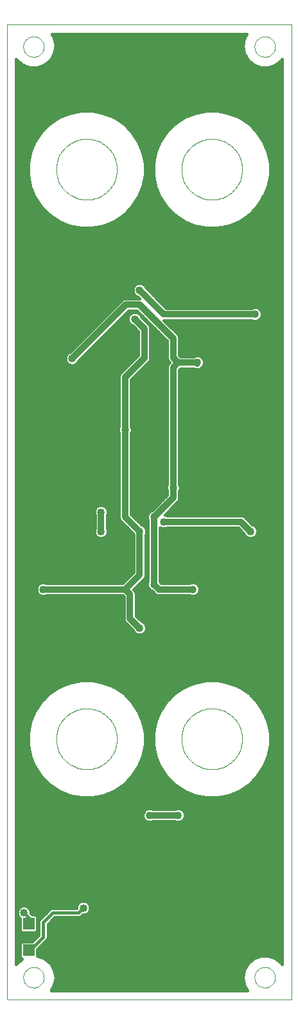
<source format=gtl>
G75*
G70*
%OFA0B0*%
%FSLAX24Y24*%
%IPPOS*%
%LPD*%
%AMOC8*
5,1,8,0,0,1.08239X$1,22.5*
%
%ADD10C,0.0000*%
%ADD11R,0.0591X0.0591*%
%ADD12C,0.0400*%
%ADD13C,0.0320*%
%ADD14C,0.0160*%
D10*
X000142Y000180D02*
X000142Y050680D01*
X014892Y050680D01*
X014892Y000180D01*
X000142Y000180D01*
X000986Y001330D02*
X000988Y001376D01*
X000994Y001421D01*
X001004Y001466D01*
X001017Y001509D01*
X001034Y001552D01*
X001055Y001592D01*
X001079Y001631D01*
X001107Y001667D01*
X001138Y001701D01*
X001171Y001733D01*
X001207Y001761D01*
X001245Y001786D01*
X001285Y001808D01*
X001327Y001826D01*
X001370Y001840D01*
X001415Y001851D01*
X001460Y001858D01*
X001506Y001861D01*
X001551Y001860D01*
X001597Y001855D01*
X001642Y001846D01*
X001685Y001834D01*
X001728Y001817D01*
X001769Y001797D01*
X001808Y001774D01*
X001846Y001747D01*
X001880Y001717D01*
X001912Y001685D01*
X001941Y001649D01*
X001967Y001612D01*
X001990Y001572D01*
X002009Y001531D01*
X002024Y001488D01*
X002036Y001443D01*
X002044Y001398D01*
X002048Y001353D01*
X002048Y001307D01*
X002044Y001262D01*
X002036Y001217D01*
X002024Y001172D01*
X002009Y001129D01*
X001990Y001088D01*
X001967Y001048D01*
X001941Y001011D01*
X001912Y000975D01*
X001880Y000943D01*
X001846Y000913D01*
X001808Y000886D01*
X001769Y000863D01*
X001728Y000843D01*
X001685Y000826D01*
X001642Y000814D01*
X001597Y000805D01*
X001551Y000800D01*
X001506Y000799D01*
X001460Y000802D01*
X001415Y000809D01*
X001370Y000820D01*
X001327Y000834D01*
X001285Y000852D01*
X001245Y000874D01*
X001207Y000899D01*
X001171Y000927D01*
X001138Y000959D01*
X001107Y000993D01*
X001079Y001029D01*
X001055Y001068D01*
X001034Y001108D01*
X001017Y001151D01*
X001004Y001194D01*
X000994Y001239D01*
X000988Y001284D01*
X000986Y001330D01*
X002692Y013680D02*
X002694Y013759D01*
X002700Y013838D01*
X002710Y013917D01*
X002724Y013995D01*
X002741Y014072D01*
X002763Y014148D01*
X002788Y014223D01*
X002818Y014296D01*
X002850Y014368D01*
X002887Y014439D01*
X002927Y014507D01*
X002970Y014573D01*
X003016Y014637D01*
X003066Y014699D01*
X003119Y014758D01*
X003174Y014814D01*
X003233Y014868D01*
X003294Y014918D01*
X003357Y014966D01*
X003423Y015010D01*
X003491Y015051D01*
X003561Y015088D01*
X003632Y015122D01*
X003706Y015152D01*
X003780Y015178D01*
X003856Y015200D01*
X003933Y015219D01*
X004011Y015234D01*
X004089Y015245D01*
X004168Y015252D01*
X004247Y015255D01*
X004326Y015254D01*
X004405Y015249D01*
X004484Y015240D01*
X004562Y015227D01*
X004639Y015210D01*
X004716Y015190D01*
X004791Y015165D01*
X004865Y015137D01*
X004938Y015105D01*
X005008Y015070D01*
X005077Y015031D01*
X005144Y014988D01*
X005209Y014942D01*
X005271Y014894D01*
X005331Y014842D01*
X005388Y014787D01*
X005442Y014729D01*
X005493Y014669D01*
X005541Y014606D01*
X005586Y014541D01*
X005628Y014473D01*
X005666Y014404D01*
X005700Y014333D01*
X005731Y014260D01*
X005759Y014185D01*
X005782Y014110D01*
X005802Y014033D01*
X005818Y013956D01*
X005830Y013877D01*
X005838Y013799D01*
X005842Y013720D01*
X005842Y013640D01*
X005838Y013561D01*
X005830Y013483D01*
X005818Y013404D01*
X005802Y013327D01*
X005782Y013250D01*
X005759Y013175D01*
X005731Y013100D01*
X005700Y013027D01*
X005666Y012956D01*
X005628Y012887D01*
X005586Y012819D01*
X005541Y012754D01*
X005493Y012691D01*
X005442Y012631D01*
X005388Y012573D01*
X005331Y012518D01*
X005271Y012466D01*
X005209Y012418D01*
X005144Y012372D01*
X005077Y012329D01*
X005008Y012290D01*
X004938Y012255D01*
X004865Y012223D01*
X004791Y012195D01*
X004716Y012170D01*
X004639Y012150D01*
X004562Y012133D01*
X004484Y012120D01*
X004405Y012111D01*
X004326Y012106D01*
X004247Y012105D01*
X004168Y012108D01*
X004089Y012115D01*
X004011Y012126D01*
X003933Y012141D01*
X003856Y012160D01*
X003780Y012182D01*
X003706Y012208D01*
X003632Y012238D01*
X003561Y012272D01*
X003491Y012309D01*
X003423Y012350D01*
X003357Y012394D01*
X003294Y012442D01*
X003233Y012492D01*
X003174Y012546D01*
X003119Y012602D01*
X003066Y012661D01*
X003016Y012723D01*
X002970Y012787D01*
X002927Y012853D01*
X002887Y012921D01*
X002850Y012992D01*
X002818Y013064D01*
X002788Y013137D01*
X002763Y013212D01*
X002741Y013288D01*
X002724Y013365D01*
X002710Y013443D01*
X002700Y013522D01*
X002694Y013601D01*
X002692Y013680D01*
X009192Y013680D02*
X009194Y013759D01*
X009200Y013838D01*
X009210Y013917D01*
X009224Y013995D01*
X009241Y014072D01*
X009263Y014148D01*
X009288Y014223D01*
X009318Y014296D01*
X009350Y014368D01*
X009387Y014439D01*
X009427Y014507D01*
X009470Y014573D01*
X009516Y014637D01*
X009566Y014699D01*
X009619Y014758D01*
X009674Y014814D01*
X009733Y014868D01*
X009794Y014918D01*
X009857Y014966D01*
X009923Y015010D01*
X009991Y015051D01*
X010061Y015088D01*
X010132Y015122D01*
X010206Y015152D01*
X010280Y015178D01*
X010356Y015200D01*
X010433Y015219D01*
X010511Y015234D01*
X010589Y015245D01*
X010668Y015252D01*
X010747Y015255D01*
X010826Y015254D01*
X010905Y015249D01*
X010984Y015240D01*
X011062Y015227D01*
X011139Y015210D01*
X011216Y015190D01*
X011291Y015165D01*
X011365Y015137D01*
X011438Y015105D01*
X011508Y015070D01*
X011577Y015031D01*
X011644Y014988D01*
X011709Y014942D01*
X011771Y014894D01*
X011831Y014842D01*
X011888Y014787D01*
X011942Y014729D01*
X011993Y014669D01*
X012041Y014606D01*
X012086Y014541D01*
X012128Y014473D01*
X012166Y014404D01*
X012200Y014333D01*
X012231Y014260D01*
X012259Y014185D01*
X012282Y014110D01*
X012302Y014033D01*
X012318Y013956D01*
X012330Y013877D01*
X012338Y013799D01*
X012342Y013720D01*
X012342Y013640D01*
X012338Y013561D01*
X012330Y013483D01*
X012318Y013404D01*
X012302Y013327D01*
X012282Y013250D01*
X012259Y013175D01*
X012231Y013100D01*
X012200Y013027D01*
X012166Y012956D01*
X012128Y012887D01*
X012086Y012819D01*
X012041Y012754D01*
X011993Y012691D01*
X011942Y012631D01*
X011888Y012573D01*
X011831Y012518D01*
X011771Y012466D01*
X011709Y012418D01*
X011644Y012372D01*
X011577Y012329D01*
X011508Y012290D01*
X011438Y012255D01*
X011365Y012223D01*
X011291Y012195D01*
X011216Y012170D01*
X011139Y012150D01*
X011062Y012133D01*
X010984Y012120D01*
X010905Y012111D01*
X010826Y012106D01*
X010747Y012105D01*
X010668Y012108D01*
X010589Y012115D01*
X010511Y012126D01*
X010433Y012141D01*
X010356Y012160D01*
X010280Y012182D01*
X010206Y012208D01*
X010132Y012238D01*
X010061Y012272D01*
X009991Y012309D01*
X009923Y012350D01*
X009857Y012394D01*
X009794Y012442D01*
X009733Y012492D01*
X009674Y012546D01*
X009619Y012602D01*
X009566Y012661D01*
X009516Y012723D01*
X009470Y012787D01*
X009427Y012853D01*
X009387Y012921D01*
X009350Y012992D01*
X009318Y013064D01*
X009288Y013137D01*
X009263Y013212D01*
X009241Y013288D01*
X009224Y013365D01*
X009210Y013443D01*
X009200Y013522D01*
X009194Y013601D01*
X009192Y013680D01*
X012986Y001330D02*
X012988Y001376D01*
X012994Y001421D01*
X013004Y001466D01*
X013017Y001509D01*
X013034Y001552D01*
X013055Y001592D01*
X013079Y001631D01*
X013107Y001667D01*
X013138Y001701D01*
X013171Y001733D01*
X013207Y001761D01*
X013245Y001786D01*
X013285Y001808D01*
X013327Y001826D01*
X013370Y001840D01*
X013415Y001851D01*
X013460Y001858D01*
X013506Y001861D01*
X013551Y001860D01*
X013597Y001855D01*
X013642Y001846D01*
X013685Y001834D01*
X013728Y001817D01*
X013769Y001797D01*
X013808Y001774D01*
X013846Y001747D01*
X013880Y001717D01*
X013912Y001685D01*
X013941Y001649D01*
X013967Y001612D01*
X013990Y001572D01*
X014009Y001531D01*
X014024Y001488D01*
X014036Y001443D01*
X014044Y001398D01*
X014048Y001353D01*
X014048Y001307D01*
X014044Y001262D01*
X014036Y001217D01*
X014024Y001172D01*
X014009Y001129D01*
X013990Y001088D01*
X013967Y001048D01*
X013941Y001011D01*
X013912Y000975D01*
X013880Y000943D01*
X013846Y000913D01*
X013808Y000886D01*
X013769Y000863D01*
X013728Y000843D01*
X013685Y000826D01*
X013642Y000814D01*
X013597Y000805D01*
X013551Y000800D01*
X013506Y000799D01*
X013460Y000802D01*
X013415Y000809D01*
X013370Y000820D01*
X013327Y000834D01*
X013285Y000852D01*
X013245Y000874D01*
X013207Y000899D01*
X013171Y000927D01*
X013138Y000959D01*
X013107Y000993D01*
X013079Y001029D01*
X013055Y001068D01*
X013034Y001108D01*
X013017Y001151D01*
X013004Y001194D01*
X012994Y001239D01*
X012988Y001284D01*
X012986Y001330D01*
X009192Y043180D02*
X009194Y043259D01*
X009200Y043338D01*
X009210Y043417D01*
X009224Y043495D01*
X009241Y043572D01*
X009263Y043648D01*
X009288Y043723D01*
X009318Y043796D01*
X009350Y043868D01*
X009387Y043939D01*
X009427Y044007D01*
X009470Y044073D01*
X009516Y044137D01*
X009566Y044199D01*
X009619Y044258D01*
X009674Y044314D01*
X009733Y044368D01*
X009794Y044418D01*
X009857Y044466D01*
X009923Y044510D01*
X009991Y044551D01*
X010061Y044588D01*
X010132Y044622D01*
X010206Y044652D01*
X010280Y044678D01*
X010356Y044700D01*
X010433Y044719D01*
X010511Y044734D01*
X010589Y044745D01*
X010668Y044752D01*
X010747Y044755D01*
X010826Y044754D01*
X010905Y044749D01*
X010984Y044740D01*
X011062Y044727D01*
X011139Y044710D01*
X011216Y044690D01*
X011291Y044665D01*
X011365Y044637D01*
X011438Y044605D01*
X011508Y044570D01*
X011577Y044531D01*
X011644Y044488D01*
X011709Y044442D01*
X011771Y044394D01*
X011831Y044342D01*
X011888Y044287D01*
X011942Y044229D01*
X011993Y044169D01*
X012041Y044106D01*
X012086Y044041D01*
X012128Y043973D01*
X012166Y043904D01*
X012200Y043833D01*
X012231Y043760D01*
X012259Y043685D01*
X012282Y043610D01*
X012302Y043533D01*
X012318Y043456D01*
X012330Y043377D01*
X012338Y043299D01*
X012342Y043220D01*
X012342Y043140D01*
X012338Y043061D01*
X012330Y042983D01*
X012318Y042904D01*
X012302Y042827D01*
X012282Y042750D01*
X012259Y042675D01*
X012231Y042600D01*
X012200Y042527D01*
X012166Y042456D01*
X012128Y042387D01*
X012086Y042319D01*
X012041Y042254D01*
X011993Y042191D01*
X011942Y042131D01*
X011888Y042073D01*
X011831Y042018D01*
X011771Y041966D01*
X011709Y041918D01*
X011644Y041872D01*
X011577Y041829D01*
X011508Y041790D01*
X011438Y041755D01*
X011365Y041723D01*
X011291Y041695D01*
X011216Y041670D01*
X011139Y041650D01*
X011062Y041633D01*
X010984Y041620D01*
X010905Y041611D01*
X010826Y041606D01*
X010747Y041605D01*
X010668Y041608D01*
X010589Y041615D01*
X010511Y041626D01*
X010433Y041641D01*
X010356Y041660D01*
X010280Y041682D01*
X010206Y041708D01*
X010132Y041738D01*
X010061Y041772D01*
X009991Y041809D01*
X009923Y041850D01*
X009857Y041894D01*
X009794Y041942D01*
X009733Y041992D01*
X009674Y042046D01*
X009619Y042102D01*
X009566Y042161D01*
X009516Y042223D01*
X009470Y042287D01*
X009427Y042353D01*
X009387Y042421D01*
X009350Y042492D01*
X009318Y042564D01*
X009288Y042637D01*
X009263Y042712D01*
X009241Y042788D01*
X009224Y042865D01*
X009210Y042943D01*
X009200Y043022D01*
X009194Y043101D01*
X009192Y043180D01*
X012986Y049530D02*
X012988Y049576D01*
X012994Y049621D01*
X013004Y049666D01*
X013017Y049709D01*
X013034Y049752D01*
X013055Y049792D01*
X013079Y049831D01*
X013107Y049867D01*
X013138Y049901D01*
X013171Y049933D01*
X013207Y049961D01*
X013245Y049986D01*
X013285Y050008D01*
X013327Y050026D01*
X013370Y050040D01*
X013415Y050051D01*
X013460Y050058D01*
X013506Y050061D01*
X013551Y050060D01*
X013597Y050055D01*
X013642Y050046D01*
X013685Y050034D01*
X013728Y050017D01*
X013769Y049997D01*
X013808Y049974D01*
X013846Y049947D01*
X013880Y049917D01*
X013912Y049885D01*
X013941Y049849D01*
X013967Y049812D01*
X013990Y049772D01*
X014009Y049731D01*
X014024Y049688D01*
X014036Y049643D01*
X014044Y049598D01*
X014048Y049553D01*
X014048Y049507D01*
X014044Y049462D01*
X014036Y049417D01*
X014024Y049372D01*
X014009Y049329D01*
X013990Y049288D01*
X013967Y049248D01*
X013941Y049211D01*
X013912Y049175D01*
X013880Y049143D01*
X013846Y049113D01*
X013808Y049086D01*
X013769Y049063D01*
X013728Y049043D01*
X013685Y049026D01*
X013642Y049014D01*
X013597Y049005D01*
X013551Y049000D01*
X013506Y048999D01*
X013460Y049002D01*
X013415Y049009D01*
X013370Y049020D01*
X013327Y049034D01*
X013285Y049052D01*
X013245Y049074D01*
X013207Y049099D01*
X013171Y049127D01*
X013138Y049159D01*
X013107Y049193D01*
X013079Y049229D01*
X013055Y049268D01*
X013034Y049308D01*
X013017Y049351D01*
X013004Y049394D01*
X012994Y049439D01*
X012988Y049484D01*
X012986Y049530D01*
X002692Y043180D02*
X002694Y043259D01*
X002700Y043338D01*
X002710Y043417D01*
X002724Y043495D01*
X002741Y043572D01*
X002763Y043648D01*
X002788Y043723D01*
X002818Y043796D01*
X002850Y043868D01*
X002887Y043939D01*
X002927Y044007D01*
X002970Y044073D01*
X003016Y044137D01*
X003066Y044199D01*
X003119Y044258D01*
X003174Y044314D01*
X003233Y044368D01*
X003294Y044418D01*
X003357Y044466D01*
X003423Y044510D01*
X003491Y044551D01*
X003561Y044588D01*
X003632Y044622D01*
X003706Y044652D01*
X003780Y044678D01*
X003856Y044700D01*
X003933Y044719D01*
X004011Y044734D01*
X004089Y044745D01*
X004168Y044752D01*
X004247Y044755D01*
X004326Y044754D01*
X004405Y044749D01*
X004484Y044740D01*
X004562Y044727D01*
X004639Y044710D01*
X004716Y044690D01*
X004791Y044665D01*
X004865Y044637D01*
X004938Y044605D01*
X005008Y044570D01*
X005077Y044531D01*
X005144Y044488D01*
X005209Y044442D01*
X005271Y044394D01*
X005331Y044342D01*
X005388Y044287D01*
X005442Y044229D01*
X005493Y044169D01*
X005541Y044106D01*
X005586Y044041D01*
X005628Y043973D01*
X005666Y043904D01*
X005700Y043833D01*
X005731Y043760D01*
X005759Y043685D01*
X005782Y043610D01*
X005802Y043533D01*
X005818Y043456D01*
X005830Y043377D01*
X005838Y043299D01*
X005842Y043220D01*
X005842Y043140D01*
X005838Y043061D01*
X005830Y042983D01*
X005818Y042904D01*
X005802Y042827D01*
X005782Y042750D01*
X005759Y042675D01*
X005731Y042600D01*
X005700Y042527D01*
X005666Y042456D01*
X005628Y042387D01*
X005586Y042319D01*
X005541Y042254D01*
X005493Y042191D01*
X005442Y042131D01*
X005388Y042073D01*
X005331Y042018D01*
X005271Y041966D01*
X005209Y041918D01*
X005144Y041872D01*
X005077Y041829D01*
X005008Y041790D01*
X004938Y041755D01*
X004865Y041723D01*
X004791Y041695D01*
X004716Y041670D01*
X004639Y041650D01*
X004562Y041633D01*
X004484Y041620D01*
X004405Y041611D01*
X004326Y041606D01*
X004247Y041605D01*
X004168Y041608D01*
X004089Y041615D01*
X004011Y041626D01*
X003933Y041641D01*
X003856Y041660D01*
X003780Y041682D01*
X003706Y041708D01*
X003632Y041738D01*
X003561Y041772D01*
X003491Y041809D01*
X003423Y041850D01*
X003357Y041894D01*
X003294Y041942D01*
X003233Y041992D01*
X003174Y042046D01*
X003119Y042102D01*
X003066Y042161D01*
X003016Y042223D01*
X002970Y042287D01*
X002927Y042353D01*
X002887Y042421D01*
X002850Y042492D01*
X002818Y042564D01*
X002788Y042637D01*
X002763Y042712D01*
X002741Y042788D01*
X002724Y042865D01*
X002710Y042943D01*
X002700Y043022D01*
X002694Y043101D01*
X002692Y043180D01*
X000986Y049530D02*
X000988Y049576D01*
X000994Y049621D01*
X001004Y049666D01*
X001017Y049709D01*
X001034Y049752D01*
X001055Y049792D01*
X001079Y049831D01*
X001107Y049867D01*
X001138Y049901D01*
X001171Y049933D01*
X001207Y049961D01*
X001245Y049986D01*
X001285Y050008D01*
X001327Y050026D01*
X001370Y050040D01*
X001415Y050051D01*
X001460Y050058D01*
X001506Y050061D01*
X001551Y050060D01*
X001597Y050055D01*
X001642Y050046D01*
X001685Y050034D01*
X001728Y050017D01*
X001769Y049997D01*
X001808Y049974D01*
X001846Y049947D01*
X001880Y049917D01*
X001912Y049885D01*
X001941Y049849D01*
X001967Y049812D01*
X001990Y049772D01*
X002009Y049731D01*
X002024Y049688D01*
X002036Y049643D01*
X002044Y049598D01*
X002048Y049553D01*
X002048Y049507D01*
X002044Y049462D01*
X002036Y049417D01*
X002024Y049372D01*
X002009Y049329D01*
X001990Y049288D01*
X001967Y049248D01*
X001941Y049211D01*
X001912Y049175D01*
X001880Y049143D01*
X001846Y049113D01*
X001808Y049086D01*
X001769Y049063D01*
X001728Y049043D01*
X001685Y049026D01*
X001642Y049014D01*
X001597Y049005D01*
X001551Y049000D01*
X001506Y048999D01*
X001460Y049002D01*
X001415Y049009D01*
X001370Y049020D01*
X001327Y049034D01*
X001285Y049052D01*
X001245Y049074D01*
X001207Y049099D01*
X001171Y049127D01*
X001138Y049159D01*
X001107Y049193D01*
X001079Y049229D01*
X001055Y049268D01*
X001034Y049308D01*
X001017Y049351D01*
X001004Y049394D01*
X000994Y049439D01*
X000988Y049484D01*
X000986Y049530D01*
D11*
X001267Y004119D03*
X001267Y002741D03*
D12*
X001017Y004680D03*
X002517Y005180D03*
X002517Y005930D03*
X004090Y004930D03*
X001517Y011430D03*
X001517Y015180D03*
X002017Y018930D03*
X002017Y021430D03*
X002017Y023430D03*
X001517Y026930D03*
X002267Y028680D03*
X003517Y031680D03*
X003517Y033379D03*
X003517Y034930D03*
X003017Y040180D03*
X001517Y041430D03*
X001517Y045180D03*
X001767Y033930D03*
X005017Y026680D03*
X005017Y025430D03*
X005017Y024430D03*
X005017Y022430D03*
X003517Y022930D03*
X005642Y017930D03*
X006767Y016680D03*
X007017Y019430D03*
X007017Y021180D03*
X007767Y021680D03*
X007017Y024430D03*
X007017Y026680D03*
X007517Y028180D03*
X008017Y029680D03*
X007767Y031805D03*
X008267Y033930D03*
X009142Y036180D03*
X010017Y034930D03*
X010017Y033180D03*
X009267Y032680D03*
X008767Y026680D03*
X008892Y025430D03*
X009267Y024430D03*
X009767Y023430D03*
X009767Y021430D03*
X010517Y018430D03*
X011267Y022930D03*
X012767Y022430D03*
X012767Y024430D03*
X013267Y026555D03*
X012517Y028680D03*
X012017Y029680D03*
X011517Y031180D03*
X013017Y033930D03*
X013017Y035680D03*
X014017Y039055D03*
X013517Y041680D03*
X013517Y045180D03*
X009517Y040180D03*
X007517Y039055D03*
X007017Y036930D03*
X006767Y035430D03*
X006517Y033930D03*
X006267Y029680D03*
X007767Y025180D03*
X008267Y024930D03*
X008267Y016680D03*
X009017Y010805D03*
X009017Y009731D03*
X009267Y008180D03*
X009267Y006680D03*
X007546Y009731D03*
X006767Y005930D03*
X006767Y005180D03*
X003017Y016680D03*
X007517Y041680D03*
X007517Y045930D03*
X013767Y018930D03*
X013517Y015180D03*
X013517Y011430D03*
X012017Y016680D03*
X011017Y009430D03*
X011017Y007430D03*
X011517Y004930D03*
X013892Y004930D03*
D13*
X009017Y009731D02*
X007546Y009731D01*
X007017Y019430D02*
X006517Y019930D01*
X006517Y021180D01*
X006267Y021430D01*
X007017Y022180D01*
X007017Y024430D01*
X006267Y025180D01*
X006267Y029680D01*
X006267Y032430D01*
X007267Y033430D01*
X007267Y034930D01*
X006767Y035430D01*
X007017Y036180D02*
X006318Y036180D01*
X003517Y033379D01*
X005017Y025430D02*
X005017Y024430D01*
X006267Y021430D02*
X002017Y021430D01*
X008767Y034430D02*
X007017Y036180D01*
X007017Y036930D02*
X008267Y035680D01*
X013017Y035680D01*
X010017Y033180D02*
X010017Y033129D01*
X009965Y033180D01*
X009017Y033180D01*
X008767Y033430D01*
X008767Y034430D01*
X009017Y033180D02*
X008767Y032930D01*
X008767Y026680D01*
X008767Y026180D01*
X007767Y025180D01*
X007767Y021680D01*
X008017Y021430D01*
X009767Y021430D01*
X008267Y024930D02*
X012267Y024930D01*
X012767Y024430D01*
D14*
X012874Y024775D02*
X012448Y025201D01*
X012330Y025250D01*
X008435Y025250D01*
X008338Y025290D01*
X008329Y025290D01*
X008948Y025909D01*
X009038Y025999D01*
X009087Y026116D01*
X009087Y026512D01*
X009127Y026608D01*
X009127Y026752D01*
X009087Y026848D01*
X009087Y032797D01*
X009149Y032860D01*
X009833Y032860D01*
X009835Y032858D01*
X009953Y032809D01*
X010080Y032809D01*
X010198Y032858D01*
X010211Y032871D01*
X010221Y032875D01*
X010322Y032976D01*
X010377Y033108D01*
X010377Y033252D01*
X010322Y033384D01*
X010221Y033485D01*
X010088Y033540D01*
X009945Y033540D01*
X009848Y033500D01*
X009149Y033500D01*
X009087Y033563D01*
X009087Y034494D01*
X009038Y034611D01*
X008289Y035360D01*
X012848Y035360D01*
X012945Y035320D01*
X013088Y035320D01*
X013221Y035375D01*
X013322Y035476D01*
X013377Y035608D01*
X013377Y035752D01*
X013322Y035884D01*
X013221Y035985D01*
X013088Y036040D01*
X012945Y036040D01*
X012848Y036000D01*
X008399Y036000D01*
X007362Y037037D01*
X007322Y037134D01*
X007221Y037235D01*
X007088Y037290D01*
X006945Y037290D01*
X006813Y037235D01*
X006711Y037134D01*
X006657Y037002D01*
X006657Y036858D01*
X006711Y036726D01*
X006813Y036625D01*
X006909Y036585D01*
X006994Y036500D01*
X006254Y036500D01*
X006137Y036451D01*
X003409Y033724D01*
X003313Y033684D01*
X003211Y033583D01*
X003157Y033450D01*
X003157Y033307D01*
X003211Y033175D01*
X003313Y033074D01*
X003445Y033019D01*
X003588Y033019D01*
X003721Y033074D01*
X003822Y033175D01*
X003862Y033271D01*
X006450Y035860D01*
X006884Y035860D01*
X008447Y034297D01*
X008447Y033366D01*
X008495Y033249D01*
X008564Y033180D01*
X008495Y033111D01*
X008447Y032994D01*
X008447Y026848D01*
X008407Y026752D01*
X008407Y026608D01*
X008447Y026512D01*
X008447Y026313D01*
X007659Y025525D01*
X007563Y025485D01*
X007461Y025384D01*
X007407Y025252D01*
X007407Y025108D01*
X007447Y025012D01*
X007447Y021848D01*
X007407Y021752D01*
X007407Y021608D01*
X007461Y021476D01*
X007563Y021375D01*
X007659Y021335D01*
X007835Y021159D01*
X007953Y021110D01*
X009598Y021110D01*
X009695Y021070D01*
X009838Y021070D01*
X009971Y021125D01*
X010072Y021226D01*
X010127Y021358D01*
X010127Y021502D01*
X010072Y021634D01*
X009971Y021735D01*
X009838Y021790D01*
X009695Y021790D01*
X009598Y021750D01*
X008149Y021750D01*
X008112Y021787D01*
X008087Y021848D01*
X008087Y024615D01*
X008195Y024570D01*
X008338Y024570D01*
X008435Y024610D01*
X012134Y024610D01*
X012421Y024323D01*
X012461Y024226D01*
X012563Y024125D01*
X012695Y024070D01*
X012838Y024070D01*
X012971Y024125D01*
X013072Y024226D01*
X013127Y024358D01*
X013127Y024502D01*
X013072Y024634D01*
X012971Y024735D01*
X012874Y024775D01*
X012853Y024796D02*
X014412Y024796D01*
X014412Y024954D02*
X012695Y024954D01*
X012536Y025113D02*
X014412Y025113D01*
X014412Y025271D02*
X008383Y025271D01*
X008469Y025430D02*
X014412Y025430D01*
X014412Y025589D02*
X008628Y025589D01*
X008786Y025747D02*
X014412Y025747D01*
X014412Y025906D02*
X008945Y025906D01*
X009065Y026064D02*
X014412Y026064D01*
X014412Y026223D02*
X009087Y026223D01*
X009087Y026381D02*
X014412Y026381D01*
X014412Y026540D02*
X009098Y026540D01*
X009127Y026698D02*
X014412Y026698D01*
X014412Y026857D02*
X009087Y026857D01*
X009087Y027015D02*
X014412Y027015D01*
X014412Y027174D02*
X009087Y027174D01*
X009087Y027332D02*
X014412Y027332D01*
X014412Y027491D02*
X009087Y027491D01*
X009087Y027649D02*
X014412Y027649D01*
X014412Y027808D02*
X009087Y027808D01*
X009087Y027966D02*
X014412Y027966D01*
X014412Y028125D02*
X009087Y028125D01*
X009087Y028283D02*
X014412Y028283D01*
X014412Y028442D02*
X009087Y028442D01*
X009087Y028600D02*
X014412Y028600D01*
X014412Y028759D02*
X009087Y028759D01*
X009087Y028917D02*
X014412Y028917D01*
X014412Y029076D02*
X009087Y029076D01*
X009087Y029234D02*
X014412Y029234D01*
X014412Y029393D02*
X009087Y029393D01*
X009087Y029551D02*
X014412Y029551D01*
X014412Y029710D02*
X009087Y029710D01*
X009087Y029868D02*
X014412Y029868D01*
X014412Y030027D02*
X009087Y030027D01*
X009087Y030185D02*
X014412Y030185D01*
X014412Y030344D02*
X009087Y030344D01*
X009087Y030502D02*
X014412Y030502D01*
X014412Y030661D02*
X009087Y030661D01*
X009087Y030819D02*
X014412Y030819D01*
X014412Y030978D02*
X009087Y030978D01*
X009087Y031136D02*
X014412Y031136D01*
X014412Y031295D02*
X009087Y031295D01*
X009087Y031453D02*
X014412Y031453D01*
X014412Y031612D02*
X009087Y031612D01*
X009087Y031770D02*
X014412Y031770D01*
X014412Y031929D02*
X009087Y031929D01*
X009087Y032087D02*
X014412Y032087D01*
X014412Y032246D02*
X009087Y032246D01*
X009087Y032404D02*
X014412Y032404D01*
X014412Y032563D02*
X009087Y032563D01*
X009087Y032721D02*
X014412Y032721D01*
X014412Y032880D02*
X010225Y032880D01*
X010348Y033038D02*
X014412Y033038D01*
X014412Y033197D02*
X010377Y033197D01*
X010334Y033355D02*
X014412Y033355D01*
X014412Y033514D02*
X010152Y033514D01*
X009881Y033514D02*
X009136Y033514D01*
X009087Y033672D02*
X014412Y033672D01*
X014412Y033831D02*
X009087Y033831D01*
X009087Y033989D02*
X014412Y033989D01*
X014412Y034148D02*
X009087Y034148D01*
X009087Y034306D02*
X014412Y034306D01*
X014412Y034465D02*
X009087Y034465D01*
X009026Y034623D02*
X014412Y034623D01*
X014412Y034782D02*
X008868Y034782D01*
X008709Y034940D02*
X014412Y034940D01*
X014412Y035099D02*
X008551Y035099D01*
X008392Y035257D02*
X014412Y035257D01*
X014412Y035416D02*
X013261Y035416D01*
X013362Y035574D02*
X014412Y035574D01*
X014412Y035733D02*
X013377Y035733D01*
X013315Y035891D02*
X014412Y035891D01*
X014412Y036050D02*
X008350Y036050D01*
X008191Y036208D02*
X014412Y036208D01*
X014412Y036367D02*
X008033Y036367D01*
X007874Y036525D02*
X014412Y036525D01*
X014412Y036684D02*
X007716Y036684D01*
X007557Y036842D02*
X014412Y036842D01*
X014412Y037001D02*
X007399Y037001D01*
X007297Y037159D02*
X014412Y037159D01*
X014412Y037318D02*
X000622Y037318D01*
X000622Y037476D02*
X014412Y037476D01*
X014412Y037635D02*
X000622Y037635D01*
X000622Y037793D02*
X014412Y037793D01*
X014412Y037952D02*
X000622Y037952D01*
X000622Y038110D02*
X014412Y038110D01*
X014412Y038269D02*
X000622Y038269D01*
X000622Y038427D02*
X014412Y038427D01*
X014412Y038586D02*
X000622Y038586D01*
X000622Y038744D02*
X014412Y038744D01*
X014412Y038903D02*
X000622Y038903D01*
X000622Y039061D02*
X014412Y039061D01*
X014412Y039220D02*
X000622Y039220D01*
X000622Y039378D02*
X014412Y039378D01*
X014412Y039537D02*
X000622Y039537D01*
X000622Y039695D02*
X014412Y039695D01*
X014412Y039854D02*
X000622Y039854D01*
X000622Y040012D02*
X014412Y040012D01*
X014412Y040171D02*
X011182Y040171D01*
X011065Y040147D02*
X011651Y040264D01*
X012203Y040492D01*
X012700Y040824D01*
X013122Y041247D01*
X013454Y041743D01*
X013683Y042295D01*
X013799Y042881D01*
X013799Y043479D01*
X013683Y044065D01*
X013454Y044617D01*
X013122Y045113D01*
X012700Y045536D01*
X012203Y045868D01*
X011651Y046096D01*
X011065Y046213D01*
X010468Y046213D01*
X009882Y046096D01*
X009330Y045868D01*
X008833Y045536D01*
X008411Y045113D01*
X008079Y044617D01*
X007850Y044065D01*
X007734Y043479D01*
X007734Y042881D01*
X007850Y042295D01*
X008079Y041743D01*
X008411Y041247D01*
X008833Y040824D01*
X009330Y040492D01*
X009882Y040264D01*
X010468Y040147D01*
X011065Y040147D01*
X010351Y040171D02*
X004682Y040171D01*
X004565Y040147D02*
X005151Y040264D01*
X005703Y040492D01*
X006200Y040824D01*
X006622Y041247D01*
X006954Y041743D01*
X007183Y042295D01*
X007299Y042881D01*
X007299Y043479D01*
X007183Y044065D01*
X006954Y044617D01*
X006622Y045113D01*
X006200Y045536D01*
X005703Y045868D01*
X005151Y046096D01*
X004565Y046213D01*
X003968Y046213D01*
X003382Y046096D01*
X002830Y045868D01*
X002333Y045536D01*
X001911Y045113D01*
X001579Y044617D01*
X001350Y044065D01*
X001234Y043479D01*
X001234Y042881D01*
X001350Y042295D01*
X001579Y041743D01*
X001911Y041247D01*
X002333Y040824D01*
X002830Y040492D01*
X003382Y040264D01*
X003968Y040147D01*
X004565Y040147D01*
X003851Y040171D02*
X000622Y040171D01*
X000622Y040329D02*
X003225Y040329D01*
X002842Y040488D02*
X000622Y040488D01*
X000622Y040646D02*
X002600Y040646D01*
X002363Y040805D02*
X000622Y040805D01*
X000622Y040963D02*
X002195Y040963D01*
X002036Y041122D02*
X000622Y041122D01*
X000622Y041280D02*
X001889Y041280D01*
X001783Y041439D02*
X000622Y041439D01*
X000622Y041597D02*
X001677Y041597D01*
X001574Y041756D02*
X000622Y041756D01*
X000622Y041914D02*
X001508Y041914D01*
X001443Y042073D02*
X000622Y042073D01*
X000622Y042231D02*
X001377Y042231D01*
X001332Y042390D02*
X000622Y042390D01*
X000622Y042548D02*
X001300Y042548D01*
X001269Y042707D02*
X000622Y042707D01*
X000622Y042865D02*
X001237Y042865D01*
X001234Y043024D02*
X000622Y043024D01*
X000622Y043182D02*
X001234Y043182D01*
X001234Y043341D02*
X000622Y043341D01*
X000622Y043499D02*
X001238Y043499D01*
X001269Y043658D02*
X000622Y043658D01*
X000622Y043816D02*
X001301Y043816D01*
X001333Y043975D02*
X000622Y043975D01*
X000622Y044133D02*
X001379Y044133D01*
X001444Y044292D02*
X000622Y044292D01*
X000622Y044450D02*
X001510Y044450D01*
X001576Y044609D02*
X000622Y044609D01*
X000622Y044767D02*
X001680Y044767D01*
X001786Y044926D02*
X000622Y044926D01*
X000622Y045084D02*
X001891Y045084D01*
X002040Y045243D02*
X000622Y045243D01*
X000622Y045401D02*
X002199Y045401D01*
X002369Y045560D02*
X000622Y045560D01*
X000622Y045718D02*
X002606Y045718D01*
X002852Y045877D02*
X000622Y045877D01*
X000622Y046035D02*
X003234Y046035D01*
X003871Y046194D02*
X000622Y046194D01*
X000622Y046352D02*
X014412Y046352D01*
X014412Y046194D02*
X011162Y046194D01*
X011799Y046035D02*
X014412Y046035D01*
X014412Y045877D02*
X012182Y045877D01*
X012427Y045718D02*
X014412Y045718D01*
X014412Y045560D02*
X012664Y045560D01*
X012835Y045401D02*
X014412Y045401D01*
X014412Y045243D02*
X012993Y045243D01*
X013142Y045084D02*
X014412Y045084D01*
X014412Y044926D02*
X013248Y044926D01*
X013354Y044767D02*
X014412Y044767D01*
X014412Y044609D02*
X013458Y044609D01*
X013523Y044450D02*
X014412Y044450D01*
X014412Y044292D02*
X013589Y044292D01*
X013655Y044133D02*
X014412Y044133D01*
X014412Y043975D02*
X013701Y043975D01*
X013732Y043816D02*
X014412Y043816D01*
X014412Y043658D02*
X013764Y043658D01*
X013795Y043499D02*
X014412Y043499D01*
X014412Y043341D02*
X013799Y043341D01*
X013799Y043182D02*
X014412Y043182D01*
X014412Y043024D02*
X013799Y043024D01*
X013796Y042865D02*
X014412Y042865D01*
X014412Y042707D02*
X013765Y042707D01*
X013733Y042548D02*
X014412Y042548D01*
X014412Y042390D02*
X013702Y042390D01*
X013656Y042231D02*
X014412Y042231D01*
X014412Y042073D02*
X013591Y042073D01*
X013525Y041914D02*
X014412Y041914D01*
X014412Y041756D02*
X013459Y041756D01*
X013356Y041597D02*
X014412Y041597D01*
X014412Y041439D02*
X013251Y041439D01*
X013145Y041280D02*
X014412Y041280D01*
X014412Y041122D02*
X012997Y041122D01*
X012839Y040963D02*
X014412Y040963D01*
X014412Y040805D02*
X012670Y040805D01*
X012433Y040646D02*
X014412Y040646D01*
X014412Y040488D02*
X012191Y040488D01*
X011809Y040329D02*
X014412Y040329D01*
X014412Y046511D02*
X000622Y046511D01*
X000622Y046669D02*
X014412Y046669D01*
X014412Y046828D02*
X000622Y046828D01*
X000622Y046986D02*
X014412Y046986D01*
X014412Y047145D02*
X000622Y047145D01*
X000622Y047303D02*
X014412Y047303D01*
X014412Y047462D02*
X000622Y047462D01*
X000622Y047620D02*
X014412Y047620D01*
X014412Y047779D02*
X000622Y047779D01*
X000622Y047937D02*
X014412Y047937D01*
X014412Y048096D02*
X000622Y048096D01*
X000622Y048254D02*
X014412Y048254D01*
X014412Y048413D02*
X000622Y048413D01*
X000622Y048571D02*
X001002Y048571D01*
X000946Y048592D02*
X001318Y048456D01*
X001715Y048456D01*
X002087Y048592D01*
X002087Y048592D01*
X002391Y048846D01*
X002391Y048846D01*
X002589Y049190D01*
X002658Y049580D01*
X002589Y049970D01*
X002457Y050200D01*
X012577Y050200D01*
X012444Y049970D01*
X012375Y049580D01*
X012444Y049190D01*
X012444Y049190D01*
X012642Y048846D01*
X012642Y048846D01*
X012642Y048846D01*
X012946Y048592D01*
X013318Y048456D01*
X013715Y048456D01*
X014087Y048592D01*
X014087Y048592D01*
X014391Y048846D01*
X014391Y048846D01*
X014412Y048882D01*
X014412Y002028D01*
X014391Y002064D01*
X014087Y002318D01*
X013715Y002454D01*
X013318Y002454D01*
X012946Y002318D01*
X012642Y002064D01*
X012642Y002064D01*
X012444Y001720D01*
X012375Y001330D01*
X012444Y000940D01*
X012444Y000940D01*
X012606Y000660D01*
X002428Y000660D01*
X002589Y000940D01*
X002658Y001330D01*
X002589Y001720D01*
X002391Y002064D01*
X002087Y002318D01*
X001722Y002451D01*
X001722Y002796D01*
X002153Y003227D01*
X002220Y003294D01*
X002257Y003382D01*
X002257Y004081D01*
X002616Y004440D01*
X003888Y004440D01*
X003976Y004477D01*
X004070Y004570D01*
X004162Y004570D01*
X004294Y004625D01*
X004396Y004726D01*
X004450Y004858D01*
X004450Y005002D01*
X004396Y005134D01*
X004294Y005235D01*
X004162Y005290D01*
X004019Y005290D01*
X003887Y005235D01*
X003785Y005134D01*
X003730Y005002D01*
X003730Y004920D01*
X002469Y004920D01*
X002381Y004883D01*
X002313Y004816D01*
X001813Y004316D01*
X001777Y004228D01*
X001777Y003529D01*
X001444Y003196D01*
X000905Y003196D01*
X000811Y003103D01*
X000811Y002379D01*
X000905Y002286D01*
X000907Y002286D01*
X000642Y002064D01*
X000642Y002064D01*
X000622Y002028D01*
X000622Y048882D01*
X000642Y048846D01*
X000642Y048846D01*
X000642Y048846D01*
X000946Y048592D01*
X000946Y048592D01*
X000782Y048730D02*
X000622Y048730D01*
X002031Y048571D02*
X013002Y048571D01*
X012946Y048592D02*
X012946Y048592D01*
X012782Y048730D02*
X002252Y048730D01*
X002415Y048888D02*
X012618Y048888D01*
X012527Y049047D02*
X002507Y049047D01*
X002589Y049190D02*
X002589Y049190D01*
X002592Y049205D02*
X012441Y049205D01*
X012413Y049364D02*
X002620Y049364D01*
X002648Y049522D02*
X012385Y049522D01*
X012375Y049580D02*
X012375Y049580D01*
X012393Y049681D02*
X002640Y049681D01*
X002612Y049839D02*
X012421Y049839D01*
X012444Y049970D02*
X012444Y049970D01*
X012460Y049998D02*
X002574Y049998D01*
X002589Y049970D02*
X002589Y049970D01*
X002482Y050156D02*
X012551Y050156D01*
X014031Y048571D02*
X014412Y048571D01*
X014412Y048730D02*
X014252Y048730D01*
X010371Y046194D02*
X004662Y046194D01*
X005299Y046035D02*
X009734Y046035D01*
X009352Y045877D02*
X005682Y045877D01*
X005927Y045718D02*
X009106Y045718D01*
X008869Y045560D02*
X006164Y045560D01*
X006335Y045401D02*
X008699Y045401D01*
X008540Y045243D02*
X006493Y045243D01*
X006642Y045084D02*
X008391Y045084D01*
X008286Y044926D02*
X006748Y044926D01*
X006854Y044767D02*
X008180Y044767D01*
X008076Y044609D02*
X006958Y044609D01*
X007023Y044450D02*
X008010Y044450D01*
X007944Y044292D02*
X007089Y044292D01*
X007155Y044133D02*
X007879Y044133D01*
X007833Y043975D02*
X007201Y043975D01*
X007232Y043816D02*
X007801Y043816D01*
X007769Y043658D02*
X007264Y043658D01*
X007295Y043499D02*
X007738Y043499D01*
X007734Y043341D02*
X007299Y043341D01*
X007299Y043182D02*
X007734Y043182D01*
X007734Y043024D02*
X007299Y043024D01*
X007296Y042865D02*
X007737Y042865D01*
X007769Y042707D02*
X007265Y042707D01*
X007233Y042548D02*
X007800Y042548D01*
X007832Y042390D02*
X007202Y042390D01*
X007156Y042231D02*
X007877Y042231D01*
X007943Y042073D02*
X007091Y042073D01*
X007025Y041914D02*
X008008Y041914D01*
X008074Y041756D02*
X006959Y041756D01*
X006856Y041597D02*
X008177Y041597D01*
X008283Y041439D02*
X006751Y041439D01*
X006645Y041280D02*
X008389Y041280D01*
X008536Y041122D02*
X006497Y041122D01*
X006339Y040963D02*
X008695Y040963D01*
X008863Y040805D02*
X006170Y040805D01*
X005933Y040646D02*
X009100Y040646D01*
X009342Y040488D02*
X005691Y040488D01*
X005309Y040329D02*
X009725Y040329D01*
X007963Y034782D02*
X007587Y034782D01*
X007587Y034940D02*
X007804Y034940D01*
X007646Y035099D02*
X007543Y035099D01*
X007538Y035111D02*
X007112Y035537D01*
X007072Y035634D01*
X006971Y035735D01*
X006838Y035790D01*
X006695Y035790D01*
X006563Y035735D01*
X006461Y035634D01*
X006407Y035502D01*
X006407Y035358D01*
X006461Y035226D01*
X006563Y035125D01*
X006659Y035085D01*
X006947Y034797D01*
X006947Y033563D01*
X005995Y032611D01*
X005947Y032494D01*
X005947Y029848D01*
X005907Y029752D01*
X005907Y029608D01*
X005947Y029512D01*
X005947Y025116D01*
X005995Y024999D01*
X006085Y024909D01*
X006671Y024323D01*
X006697Y024262D01*
X006697Y022313D01*
X006134Y021750D01*
X002185Y021750D01*
X002088Y021790D01*
X001945Y021790D01*
X001813Y021735D01*
X001711Y021634D01*
X001657Y021502D01*
X001657Y021358D01*
X001711Y021226D01*
X001813Y021125D01*
X001945Y021070D01*
X002088Y021070D01*
X002185Y021110D01*
X006134Y021110D01*
X006197Y021047D01*
X006197Y019866D01*
X006245Y019749D01*
X006335Y019659D01*
X006671Y019323D01*
X006711Y019226D01*
X006813Y019125D01*
X006945Y019070D01*
X007088Y019070D01*
X007221Y019125D01*
X007322Y019226D01*
X007377Y019358D01*
X007377Y019502D01*
X007322Y019634D01*
X007221Y019735D01*
X007124Y019775D01*
X006837Y020063D01*
X006837Y021244D01*
X006788Y021361D01*
X006719Y021430D01*
X007288Y021999D01*
X007337Y022116D01*
X007337Y022244D01*
X007337Y024262D01*
X007377Y024358D01*
X007377Y024502D01*
X007322Y024634D01*
X007221Y024735D01*
X007124Y024775D01*
X006587Y025313D01*
X006587Y029512D01*
X006627Y029608D01*
X006627Y029752D01*
X006587Y029848D01*
X006587Y032297D01*
X007448Y033159D01*
X007538Y033249D01*
X007587Y033366D01*
X007587Y034994D01*
X007538Y035111D01*
X007487Y035257D02*
X007392Y035257D01*
X007329Y035416D02*
X007234Y035416D01*
X007170Y035574D02*
X007097Y035574D01*
X007012Y035733D02*
X006973Y035733D01*
X006969Y036525D02*
X000622Y036525D01*
X000622Y036367D02*
X006052Y036367D01*
X005893Y036208D02*
X000622Y036208D01*
X000622Y036050D02*
X005735Y036050D01*
X005576Y035891D02*
X000622Y035891D01*
X000622Y035733D02*
X005418Y035733D01*
X005259Y035574D02*
X000622Y035574D01*
X000622Y035416D02*
X005101Y035416D01*
X004942Y035257D02*
X000622Y035257D01*
X000622Y035099D02*
X004784Y035099D01*
X004625Y034940D02*
X000622Y034940D01*
X000622Y034782D02*
X004467Y034782D01*
X004308Y034623D02*
X000622Y034623D01*
X000622Y034465D02*
X004150Y034465D01*
X003991Y034306D02*
X000622Y034306D01*
X000622Y034148D02*
X003833Y034148D01*
X003674Y033989D02*
X000622Y033989D01*
X000622Y033831D02*
X003516Y033831D01*
X003301Y033672D02*
X000622Y033672D01*
X000622Y033514D02*
X003183Y033514D01*
X003157Y033355D02*
X000622Y033355D01*
X000622Y033197D02*
X003203Y033197D01*
X003399Y033038D02*
X000622Y033038D01*
X000622Y032880D02*
X006264Y032880D01*
X006105Y032721D02*
X000622Y032721D01*
X000622Y032563D02*
X005975Y032563D01*
X005947Y032404D02*
X000622Y032404D01*
X000622Y032246D02*
X005947Y032246D01*
X005947Y032087D02*
X000622Y032087D01*
X000622Y031929D02*
X005947Y031929D01*
X005947Y031770D02*
X000622Y031770D01*
X000622Y031612D02*
X005947Y031612D01*
X005947Y031453D02*
X000622Y031453D01*
X000622Y031295D02*
X005947Y031295D01*
X005947Y031136D02*
X000622Y031136D01*
X000622Y030978D02*
X005947Y030978D01*
X005947Y030819D02*
X000622Y030819D01*
X000622Y030661D02*
X005947Y030661D01*
X005947Y030502D02*
X000622Y030502D01*
X000622Y030344D02*
X005947Y030344D01*
X005947Y030185D02*
X000622Y030185D01*
X000622Y030027D02*
X005947Y030027D01*
X005947Y029868D02*
X000622Y029868D01*
X000622Y029710D02*
X005907Y029710D01*
X005930Y029551D02*
X000622Y029551D01*
X000622Y029393D02*
X005947Y029393D01*
X005947Y029234D02*
X000622Y029234D01*
X000622Y029076D02*
X005947Y029076D01*
X005947Y028917D02*
X000622Y028917D01*
X000622Y028759D02*
X005947Y028759D01*
X005947Y028600D02*
X000622Y028600D01*
X000622Y028442D02*
X005947Y028442D01*
X005947Y028283D02*
X000622Y028283D01*
X000622Y028125D02*
X005947Y028125D01*
X005947Y027966D02*
X000622Y027966D01*
X000622Y027808D02*
X005947Y027808D01*
X005947Y027649D02*
X000622Y027649D01*
X000622Y027491D02*
X005947Y027491D01*
X005947Y027332D02*
X000622Y027332D01*
X000622Y027174D02*
X005947Y027174D01*
X005947Y027015D02*
X000622Y027015D01*
X000622Y026857D02*
X005947Y026857D01*
X005947Y026698D02*
X000622Y026698D01*
X000622Y026540D02*
X005947Y026540D01*
X005947Y026381D02*
X000622Y026381D01*
X000622Y026223D02*
X005947Y026223D01*
X005947Y026064D02*
X000622Y026064D01*
X000622Y025906D02*
X005947Y025906D01*
X005947Y025747D02*
X005192Y025747D01*
X005221Y025735D02*
X005088Y025790D01*
X004945Y025790D01*
X004813Y025735D01*
X004711Y025634D01*
X004657Y025502D01*
X004657Y025358D01*
X004697Y025262D01*
X004697Y024598D01*
X004657Y024502D01*
X004657Y024358D01*
X004711Y024226D01*
X004813Y024125D01*
X004945Y024070D01*
X005088Y024070D01*
X005221Y024125D01*
X005322Y024226D01*
X005377Y024358D01*
X005377Y024502D01*
X005337Y024598D01*
X005337Y025262D01*
X005377Y025358D01*
X005377Y025502D01*
X005322Y025634D01*
X005221Y025735D01*
X005341Y025589D02*
X005947Y025589D01*
X005947Y025430D02*
X005377Y025430D01*
X005341Y025271D02*
X005947Y025271D01*
X005948Y025113D02*
X005337Y025113D01*
X005337Y024954D02*
X006040Y024954D01*
X006198Y024796D02*
X005337Y024796D01*
X005337Y024637D02*
X006357Y024637D01*
X006515Y024479D02*
X005377Y024479D01*
X005361Y024320D02*
X006672Y024320D01*
X006697Y024162D02*
X005258Y024162D01*
X004776Y024162D02*
X000622Y024162D01*
X000622Y024320D02*
X004672Y024320D01*
X004657Y024479D02*
X000622Y024479D01*
X000622Y024637D02*
X004697Y024637D01*
X004697Y024796D02*
X000622Y024796D01*
X000622Y024954D02*
X004697Y024954D01*
X004697Y025113D02*
X000622Y025113D01*
X000622Y025271D02*
X004693Y025271D01*
X004657Y025430D02*
X000622Y025430D01*
X000622Y025589D02*
X004693Y025589D01*
X004841Y025747D02*
X000622Y025747D01*
X000622Y024003D02*
X006697Y024003D01*
X006697Y023845D02*
X000622Y023845D01*
X000622Y023686D02*
X006697Y023686D01*
X006697Y023528D02*
X000622Y023528D01*
X000622Y023369D02*
X006697Y023369D01*
X006697Y023211D02*
X000622Y023211D01*
X000622Y023052D02*
X006697Y023052D01*
X006697Y022894D02*
X000622Y022894D01*
X000622Y022735D02*
X006697Y022735D01*
X006697Y022577D02*
X000622Y022577D01*
X000622Y022418D02*
X006697Y022418D01*
X006644Y022260D02*
X000622Y022260D01*
X000622Y022101D02*
X006486Y022101D01*
X006327Y021943D02*
X000622Y021943D01*
X000622Y021784D02*
X001932Y021784D01*
X002102Y021784D02*
X006169Y021784D01*
X006197Y020992D02*
X000622Y020992D01*
X000622Y021150D02*
X001787Y021150D01*
X001677Y021309D02*
X000622Y021309D01*
X000622Y021467D02*
X001657Y021467D01*
X001708Y021626D02*
X000622Y021626D01*
X000622Y020833D02*
X006197Y020833D01*
X006197Y020675D02*
X000622Y020675D01*
X000622Y020516D02*
X006197Y020516D01*
X006197Y020358D02*
X000622Y020358D01*
X000622Y020199D02*
X006197Y020199D01*
X006197Y020041D02*
X000622Y020041D01*
X000622Y019882D02*
X006197Y019882D01*
X006270Y019724D02*
X000622Y019724D01*
X000622Y019565D02*
X006429Y019565D01*
X006587Y019407D02*
X000622Y019407D01*
X000622Y019248D02*
X006702Y019248D01*
X006897Y019090D02*
X000622Y019090D01*
X000622Y018931D02*
X014412Y018931D01*
X014412Y018773D02*
X000622Y018773D01*
X000622Y018614D02*
X014412Y018614D01*
X014412Y018456D02*
X000622Y018456D01*
X000622Y018297D02*
X014412Y018297D01*
X014412Y018139D02*
X000622Y018139D01*
X000622Y017980D02*
X014412Y017980D01*
X014412Y017822D02*
X000622Y017822D01*
X000622Y017663D02*
X014412Y017663D01*
X014412Y017505D02*
X000622Y017505D01*
X000622Y017346D02*
X014412Y017346D01*
X014412Y017188D02*
X000622Y017188D01*
X000622Y017029D02*
X014412Y017029D01*
X014412Y016871D02*
X000622Y016871D01*
X000622Y016712D02*
X003967Y016712D01*
X003968Y016713D02*
X003382Y016596D01*
X002830Y016368D01*
X002333Y016036D01*
X001911Y015613D01*
X001579Y015117D01*
X001350Y014565D01*
X001234Y013979D01*
X001234Y013381D01*
X001350Y012795D01*
X001579Y012243D01*
X001911Y011747D01*
X002333Y011324D01*
X002830Y010992D01*
X003382Y010764D01*
X003968Y010647D01*
X004565Y010647D01*
X005151Y010764D01*
X005703Y010992D01*
X006200Y011324D01*
X006622Y011747D01*
X006954Y012243D01*
X007183Y012795D01*
X007299Y013381D01*
X007299Y013979D01*
X007183Y014565D01*
X006954Y015117D01*
X006622Y015613D01*
X006200Y016036D01*
X005703Y016368D01*
X005151Y016596D01*
X004565Y016713D01*
X003968Y016713D01*
X004567Y016712D02*
X010467Y016712D01*
X010468Y016713D02*
X009882Y016596D01*
X009330Y016368D01*
X008833Y016036D01*
X008411Y015613D01*
X008079Y015117D01*
X007850Y014565D01*
X007734Y013979D01*
X007734Y013381D01*
X007850Y012795D01*
X008079Y012243D01*
X008411Y011747D01*
X008833Y011324D01*
X009330Y010992D01*
X009882Y010764D01*
X010468Y010647D01*
X011065Y010647D01*
X011651Y010764D01*
X012203Y010992D01*
X012700Y011324D01*
X013122Y011747D01*
X013454Y012243D01*
X013683Y012795D01*
X013799Y013381D01*
X013799Y013979D01*
X013683Y014565D01*
X013454Y015117D01*
X013122Y015613D01*
X012700Y016036D01*
X012203Y016368D01*
X011651Y016596D01*
X011065Y016713D01*
X010468Y016713D01*
X011067Y016712D02*
X014412Y016712D01*
X014412Y016554D02*
X011753Y016554D01*
X012136Y016395D02*
X014412Y016395D01*
X014412Y016237D02*
X012399Y016237D01*
X012636Y016078D02*
X014412Y016078D01*
X014412Y015920D02*
X012816Y015920D01*
X012974Y015761D02*
X014412Y015761D01*
X014412Y015603D02*
X013129Y015603D01*
X013235Y015444D02*
X014412Y015444D01*
X014412Y015286D02*
X013341Y015286D01*
X013447Y015127D02*
X014412Y015127D01*
X014412Y014969D02*
X013515Y014969D01*
X013581Y014810D02*
X014412Y014810D01*
X014412Y014652D02*
X013647Y014652D01*
X013697Y014493D02*
X014412Y014493D01*
X014412Y014335D02*
X013729Y014335D01*
X013760Y014176D02*
X014412Y014176D01*
X014412Y014018D02*
X013792Y014018D01*
X013799Y013859D02*
X014412Y013859D01*
X014412Y013701D02*
X013799Y013701D01*
X013799Y013542D02*
X014412Y013542D01*
X014412Y013384D02*
X013799Y013384D01*
X013768Y013225D02*
X014412Y013225D01*
X014412Y013067D02*
X013737Y013067D01*
X013705Y012908D02*
X014412Y012908D01*
X014412Y012750D02*
X013664Y012750D01*
X013598Y012591D02*
X014412Y012591D01*
X014412Y012433D02*
X013533Y012433D01*
X013467Y012274D02*
X014412Y012274D01*
X014412Y012116D02*
X013369Y012116D01*
X013263Y011957D02*
X014412Y011957D01*
X014412Y011799D02*
X013157Y011799D01*
X013016Y011640D02*
X014412Y011640D01*
X014412Y011482D02*
X012858Y011482D01*
X012699Y011323D02*
X014412Y011323D01*
X014412Y011165D02*
X012461Y011165D01*
X012224Y011006D02*
X014412Y011006D01*
X014412Y010848D02*
X011855Y010848D01*
X011278Y010689D02*
X014412Y010689D01*
X014412Y010531D02*
X000622Y010531D01*
X000622Y010689D02*
X003756Y010689D01*
X003179Y010848D02*
X000622Y010848D01*
X000622Y011006D02*
X002809Y011006D01*
X002572Y011165D02*
X000622Y011165D01*
X000622Y011323D02*
X002335Y011323D01*
X002176Y011482D02*
X000622Y011482D01*
X000622Y011640D02*
X002017Y011640D01*
X001876Y011799D02*
X000622Y011799D01*
X000622Y011957D02*
X001770Y011957D01*
X001664Y012116D02*
X000622Y012116D01*
X000622Y012274D02*
X001566Y012274D01*
X001501Y012433D02*
X000622Y012433D01*
X000622Y012591D02*
X001435Y012591D01*
X001369Y012750D02*
X000622Y012750D01*
X000622Y012908D02*
X001328Y012908D01*
X001296Y013067D02*
X000622Y013067D01*
X000622Y013225D02*
X001265Y013225D01*
X001234Y013384D02*
X000622Y013384D01*
X000622Y013542D02*
X001234Y013542D01*
X001234Y013701D02*
X000622Y013701D01*
X000622Y013859D02*
X001234Y013859D01*
X001242Y014018D02*
X000622Y014018D01*
X000622Y014176D02*
X001273Y014176D01*
X001305Y014335D02*
X000622Y014335D01*
X000622Y014493D02*
X001336Y014493D01*
X001387Y014652D02*
X000622Y014652D01*
X000622Y014810D02*
X001452Y014810D01*
X001518Y014969D02*
X000622Y014969D01*
X000622Y015127D02*
X001586Y015127D01*
X001692Y015286D02*
X000622Y015286D01*
X000622Y015444D02*
X001798Y015444D01*
X001904Y015603D02*
X000622Y015603D01*
X000622Y015761D02*
X002059Y015761D01*
X002218Y015920D02*
X000622Y015920D01*
X000622Y016078D02*
X002397Y016078D01*
X002635Y016237D02*
X000622Y016237D01*
X000622Y016395D02*
X002897Y016395D01*
X003280Y016554D02*
X000622Y016554D01*
X000622Y010372D02*
X014412Y010372D01*
X014412Y010214D02*
X000622Y010214D01*
X000622Y010055D02*
X007388Y010055D01*
X007342Y010036D02*
X007241Y009935D01*
X007186Y009803D01*
X007186Y009660D01*
X007241Y009527D01*
X007342Y009426D01*
X007475Y009371D01*
X007618Y009371D01*
X007714Y009411D01*
X008848Y009411D01*
X008945Y009371D01*
X009088Y009371D01*
X009221Y009426D01*
X009322Y009527D01*
X009377Y009660D01*
X009377Y009803D01*
X009322Y009935D01*
X009221Y010036D01*
X009088Y010091D01*
X008945Y010091D01*
X008848Y010051D01*
X007714Y010051D01*
X007618Y010091D01*
X007475Y010091D01*
X007342Y010036D01*
X007225Y009897D02*
X000622Y009897D01*
X000622Y009738D02*
X007186Y009738D01*
X007219Y009580D02*
X000622Y009580D01*
X000622Y009421D02*
X007353Y009421D01*
X007704Y010055D02*
X008859Y010055D01*
X009072Y011165D02*
X005961Y011165D01*
X006199Y011323D02*
X008835Y011323D01*
X008676Y011482D02*
X006358Y011482D01*
X006516Y011640D02*
X008517Y011640D01*
X008376Y011799D02*
X006657Y011799D01*
X006763Y011957D02*
X008270Y011957D01*
X008164Y012116D02*
X006869Y012116D01*
X006967Y012274D02*
X008066Y012274D01*
X008001Y012433D02*
X007033Y012433D01*
X007098Y012591D02*
X007935Y012591D01*
X007869Y012750D02*
X007164Y012750D01*
X007205Y012908D02*
X007828Y012908D01*
X007796Y013067D02*
X007237Y013067D01*
X007268Y013225D02*
X007765Y013225D01*
X007734Y013384D02*
X007299Y013384D01*
X007299Y013542D02*
X007734Y013542D01*
X007734Y013701D02*
X007299Y013701D01*
X007299Y013859D02*
X007734Y013859D01*
X007742Y014018D02*
X007292Y014018D01*
X007260Y014176D02*
X007773Y014176D01*
X007805Y014335D02*
X007229Y014335D01*
X007197Y014493D02*
X007836Y014493D01*
X007887Y014652D02*
X007147Y014652D01*
X007081Y014810D02*
X007952Y014810D01*
X008018Y014969D02*
X007015Y014969D01*
X006947Y015127D02*
X008086Y015127D01*
X008192Y015286D02*
X006841Y015286D01*
X006735Y015444D02*
X008298Y015444D01*
X008404Y015603D02*
X006629Y015603D01*
X006474Y015761D02*
X008559Y015761D01*
X008718Y015920D02*
X006316Y015920D01*
X006136Y016078D02*
X008897Y016078D01*
X009135Y016237D02*
X005899Y016237D01*
X005636Y016395D02*
X009397Y016395D01*
X009780Y016554D02*
X005253Y016554D01*
X006858Y020041D02*
X014412Y020041D01*
X014412Y020199D02*
X006837Y020199D01*
X006837Y020358D02*
X014412Y020358D01*
X014412Y020516D02*
X006837Y020516D01*
X006837Y020675D02*
X014412Y020675D01*
X014412Y020833D02*
X006837Y020833D01*
X006837Y020992D02*
X014412Y020992D01*
X014412Y021150D02*
X009996Y021150D01*
X010106Y021309D02*
X014412Y021309D01*
X014412Y021467D02*
X010127Y021467D01*
X010075Y021626D02*
X014412Y021626D01*
X014412Y021784D02*
X009852Y021784D01*
X009682Y021784D02*
X008115Y021784D01*
X008087Y021943D02*
X014412Y021943D01*
X014412Y022101D02*
X008087Y022101D01*
X008087Y022260D02*
X014412Y022260D01*
X014412Y022418D02*
X008087Y022418D01*
X008087Y022577D02*
X014412Y022577D01*
X014412Y022735D02*
X008087Y022735D01*
X008087Y022894D02*
X014412Y022894D01*
X014412Y023052D02*
X008087Y023052D01*
X008087Y023211D02*
X014412Y023211D01*
X014412Y023369D02*
X008087Y023369D01*
X008087Y023528D02*
X014412Y023528D01*
X014412Y023686D02*
X008087Y023686D01*
X008087Y023845D02*
X014412Y023845D01*
X014412Y024003D02*
X008087Y024003D01*
X008087Y024162D02*
X012526Y024162D01*
X012422Y024320D02*
X008087Y024320D01*
X008087Y024479D02*
X012265Y024479D01*
X013008Y024162D02*
X014412Y024162D01*
X014412Y024320D02*
X013111Y024320D01*
X013127Y024479D02*
X014412Y024479D01*
X014412Y024637D02*
X013068Y024637D01*
X014412Y019882D02*
X007017Y019882D01*
X007232Y019724D02*
X014412Y019724D01*
X014412Y019565D02*
X007350Y019565D01*
X007377Y019407D02*
X014412Y019407D01*
X014412Y019248D02*
X007331Y019248D01*
X007137Y019090D02*
X014412Y019090D01*
X014412Y010055D02*
X009174Y010055D01*
X009338Y009897D02*
X014412Y009897D01*
X014412Y009738D02*
X009377Y009738D01*
X009344Y009580D02*
X014412Y009580D01*
X014412Y009421D02*
X009210Y009421D01*
X009679Y010848D02*
X005355Y010848D01*
X005724Y011006D02*
X009309Y011006D01*
X010256Y010689D02*
X004778Y010689D01*
X004388Y005142D02*
X014412Y005142D01*
X014412Y005300D02*
X000622Y005300D01*
X000622Y005142D02*
X003793Y005142D01*
X003730Y004983D02*
X001222Y004983D01*
X001221Y004985D02*
X001088Y005040D01*
X000945Y005040D01*
X000813Y004985D01*
X000711Y004884D01*
X000657Y004752D01*
X000657Y004608D01*
X000711Y004476D01*
X000811Y004376D01*
X000811Y003757D01*
X000905Y003664D01*
X001628Y003664D01*
X001722Y003757D01*
X001722Y004481D01*
X001628Y004574D01*
X001462Y004574D01*
X001377Y004659D01*
X001377Y004752D01*
X001322Y004884D01*
X001221Y004985D01*
X001346Y004825D02*
X002322Y004825D01*
X002164Y004666D02*
X001377Y004666D01*
X001267Y004430D02*
X001017Y004680D01*
X000811Y004983D02*
X000622Y004983D01*
X000622Y004825D02*
X000687Y004825D01*
X000657Y004666D02*
X000622Y004666D01*
X000622Y004508D02*
X000698Y004508D01*
X000622Y004349D02*
X000811Y004349D01*
X000811Y004191D02*
X000622Y004191D01*
X000622Y004032D02*
X000811Y004032D01*
X000811Y003874D02*
X000622Y003874D01*
X000622Y003715D02*
X000853Y003715D01*
X000622Y003557D02*
X001777Y003557D01*
X001777Y003715D02*
X001680Y003715D01*
X001722Y003874D02*
X001777Y003874D01*
X001777Y004032D02*
X001722Y004032D01*
X001722Y004191D02*
X001777Y004191D01*
X001722Y004349D02*
X001847Y004349D01*
X001694Y004508D02*
X002005Y004508D01*
X002017Y004180D02*
X002517Y004680D01*
X003840Y004680D01*
X004090Y004930D01*
X004008Y004508D02*
X014412Y004508D01*
X014412Y004666D02*
X004336Y004666D01*
X004437Y004825D02*
X014412Y004825D01*
X014412Y004983D02*
X004450Y004983D01*
X002601Y001655D02*
X012433Y001655D01*
X012444Y001720D02*
X012444Y001720D01*
X012498Y001813D02*
X002535Y001813D01*
X002589Y001720D02*
X002589Y001720D01*
X002629Y001496D02*
X012405Y001496D01*
X012377Y001338D02*
X002657Y001338D01*
X002632Y001179D02*
X012402Y001179D01*
X012375Y001330D02*
X012375Y001330D01*
X012430Y001021D02*
X002604Y001021D01*
X002589Y000940D02*
X002589Y000940D01*
X002545Y000862D02*
X012489Y000862D01*
X012580Y000704D02*
X002453Y000704D01*
X002444Y001972D02*
X012589Y001972D01*
X012722Y002130D02*
X002311Y002130D01*
X002391Y002064D02*
X002391Y002064D01*
X002391Y002064D01*
X002123Y002289D02*
X012911Y002289D01*
X012946Y002318D02*
X012946Y002318D01*
X013300Y002447D02*
X001733Y002447D01*
X001722Y002606D02*
X014412Y002606D01*
X014412Y002764D02*
X001722Y002764D01*
X001849Y002923D02*
X014412Y002923D01*
X014412Y003081D02*
X002008Y003081D01*
X002153Y003227D02*
X002153Y003227D01*
X002166Y003240D02*
X014412Y003240D01*
X014412Y003398D02*
X002257Y003398D01*
X002257Y003557D02*
X014412Y003557D01*
X014412Y003715D02*
X002257Y003715D01*
X002257Y003874D02*
X014412Y003874D01*
X014412Y004032D02*
X002257Y004032D01*
X002367Y004191D02*
X014412Y004191D01*
X014412Y004349D02*
X002526Y004349D01*
X002017Y004180D02*
X002017Y003430D01*
X001328Y002741D01*
X001267Y002741D01*
X001487Y003240D02*
X000622Y003240D01*
X000622Y003398D02*
X001646Y003398D01*
X001267Y004119D02*
X001267Y004430D01*
X000811Y003081D02*
X000622Y003081D01*
X000622Y002923D02*
X000811Y002923D01*
X000811Y002764D02*
X000622Y002764D01*
X000622Y002606D02*
X000811Y002606D01*
X000811Y002447D02*
X000622Y002447D01*
X000622Y002289D02*
X000902Y002289D01*
X000722Y002130D02*
X000622Y002130D01*
X000622Y005459D02*
X014412Y005459D01*
X014412Y005617D02*
X000622Y005617D01*
X000622Y005776D02*
X014412Y005776D01*
X014412Y005934D02*
X000622Y005934D01*
X000622Y006093D02*
X014412Y006093D01*
X014412Y006251D02*
X000622Y006251D01*
X000622Y006410D02*
X014412Y006410D01*
X014412Y006568D02*
X000622Y006568D01*
X000622Y006727D02*
X014412Y006727D01*
X014412Y006885D02*
X000622Y006885D01*
X000622Y007044D02*
X014412Y007044D01*
X014412Y007202D02*
X000622Y007202D01*
X000622Y007361D02*
X014412Y007361D01*
X014412Y007519D02*
X000622Y007519D01*
X000622Y007678D02*
X014412Y007678D01*
X014412Y007836D02*
X000622Y007836D01*
X000622Y007995D02*
X014412Y007995D01*
X014412Y008153D02*
X000622Y008153D01*
X000622Y008312D02*
X014412Y008312D01*
X014412Y008470D02*
X000622Y008470D01*
X000622Y008629D02*
X014412Y008629D01*
X014412Y008787D02*
X000622Y008787D01*
X000622Y008946D02*
X014412Y008946D01*
X014412Y009104D02*
X000622Y009104D01*
X000622Y009263D02*
X014412Y009263D01*
X014412Y002447D02*
X013733Y002447D01*
X014087Y002318D02*
X014087Y002318D01*
X014123Y002289D02*
X014412Y002289D01*
X014412Y002130D02*
X014311Y002130D01*
X014391Y002064D02*
X014391Y002064D01*
X014391Y002064D01*
X007855Y021150D02*
X006837Y021150D01*
X006810Y021309D02*
X007685Y021309D01*
X007470Y021467D02*
X006757Y021467D01*
X006915Y021626D02*
X007407Y021626D01*
X007420Y021784D02*
X007074Y021784D01*
X007232Y021943D02*
X007447Y021943D01*
X007447Y022101D02*
X007331Y022101D01*
X007337Y022260D02*
X007447Y022260D01*
X007447Y022418D02*
X007337Y022418D01*
X007337Y022577D02*
X007447Y022577D01*
X007447Y022735D02*
X007337Y022735D01*
X007337Y022894D02*
X007447Y022894D01*
X007447Y023052D02*
X007337Y023052D01*
X007337Y023211D02*
X007447Y023211D01*
X007447Y023369D02*
X007337Y023369D01*
X007337Y023528D02*
X007447Y023528D01*
X007447Y023686D02*
X007337Y023686D01*
X007337Y023845D02*
X007447Y023845D01*
X007447Y024003D02*
X007337Y024003D01*
X007337Y024162D02*
X007447Y024162D01*
X007447Y024320D02*
X007361Y024320D01*
X007377Y024479D02*
X007447Y024479D01*
X007447Y024637D02*
X007318Y024637D01*
X007447Y024796D02*
X007103Y024796D01*
X006945Y024954D02*
X007447Y024954D01*
X007407Y025113D02*
X006786Y025113D01*
X006628Y025271D02*
X007415Y025271D01*
X007508Y025430D02*
X006587Y025430D01*
X006587Y025589D02*
X007723Y025589D01*
X007881Y025747D02*
X006587Y025747D01*
X006587Y025906D02*
X008040Y025906D01*
X008198Y026064D02*
X006587Y026064D01*
X006587Y026223D02*
X008357Y026223D01*
X008447Y026381D02*
X006587Y026381D01*
X006587Y026540D02*
X008435Y026540D01*
X008407Y026698D02*
X006587Y026698D01*
X006587Y026857D02*
X008447Y026857D01*
X008447Y027015D02*
X006587Y027015D01*
X006587Y027174D02*
X008447Y027174D01*
X008447Y027332D02*
X006587Y027332D01*
X006587Y027491D02*
X008447Y027491D01*
X008447Y027649D02*
X006587Y027649D01*
X006587Y027808D02*
X008447Y027808D01*
X008447Y027966D02*
X006587Y027966D01*
X006587Y028125D02*
X008447Y028125D01*
X008447Y028283D02*
X006587Y028283D01*
X006587Y028442D02*
X008447Y028442D01*
X008447Y028600D02*
X006587Y028600D01*
X006587Y028759D02*
X008447Y028759D01*
X008447Y028917D02*
X006587Y028917D01*
X006587Y029076D02*
X008447Y029076D01*
X008447Y029234D02*
X006587Y029234D01*
X006587Y029393D02*
X008447Y029393D01*
X008447Y029551D02*
X006603Y029551D01*
X006627Y029710D02*
X008447Y029710D01*
X008447Y029868D02*
X006587Y029868D01*
X006587Y030027D02*
X008447Y030027D01*
X008447Y030185D02*
X006587Y030185D01*
X006587Y030344D02*
X008447Y030344D01*
X008447Y030502D02*
X006587Y030502D01*
X006587Y030661D02*
X008447Y030661D01*
X008447Y030819D02*
X006587Y030819D01*
X006587Y030978D02*
X008447Y030978D01*
X008447Y031136D02*
X006587Y031136D01*
X006587Y031295D02*
X008447Y031295D01*
X008447Y031453D02*
X006587Y031453D01*
X006587Y031612D02*
X008447Y031612D01*
X008447Y031770D02*
X006587Y031770D01*
X006587Y031929D02*
X008447Y031929D01*
X008447Y032087D02*
X006587Y032087D01*
X006587Y032246D02*
X008447Y032246D01*
X008447Y032404D02*
X006693Y032404D01*
X006852Y032563D02*
X008447Y032563D01*
X008447Y032721D02*
X007010Y032721D01*
X007169Y032880D02*
X008447Y032880D01*
X008465Y033038D02*
X007327Y033038D01*
X007486Y033197D02*
X008548Y033197D01*
X008451Y033355D02*
X007582Y033355D01*
X007587Y033514D02*
X008447Y033514D01*
X008447Y033672D02*
X007587Y033672D01*
X007587Y033831D02*
X008447Y033831D01*
X008447Y033989D02*
X007587Y033989D01*
X007587Y034148D02*
X008447Y034148D01*
X008438Y034306D02*
X007587Y034306D01*
X007587Y034465D02*
X008280Y034465D01*
X008121Y034623D02*
X007587Y034623D01*
X006947Y034623D02*
X005213Y034623D01*
X005055Y034465D02*
X006947Y034465D01*
X006947Y034306D02*
X004896Y034306D01*
X004738Y034148D02*
X006947Y034148D01*
X006947Y033989D02*
X004579Y033989D01*
X004421Y033831D02*
X006947Y033831D01*
X006947Y033672D02*
X004262Y033672D01*
X004104Y033514D02*
X006898Y033514D01*
X006739Y033355D02*
X003945Y033355D01*
X003831Y033197D02*
X006581Y033197D01*
X006422Y033038D02*
X003635Y033038D01*
X005372Y034782D02*
X006947Y034782D01*
X006804Y034940D02*
X005530Y034940D01*
X005689Y035099D02*
X006626Y035099D01*
X006449Y035257D02*
X005847Y035257D01*
X006006Y035416D02*
X006407Y035416D01*
X006437Y035574D02*
X006164Y035574D01*
X006323Y035733D02*
X006560Y035733D01*
X006754Y036684D02*
X000622Y036684D01*
X000622Y036842D02*
X006663Y036842D01*
X006657Y037001D02*
X000622Y037001D01*
X000622Y037159D02*
X006737Y037159D01*
X002087Y002318D02*
X002087Y002318D01*
M02*

</source>
